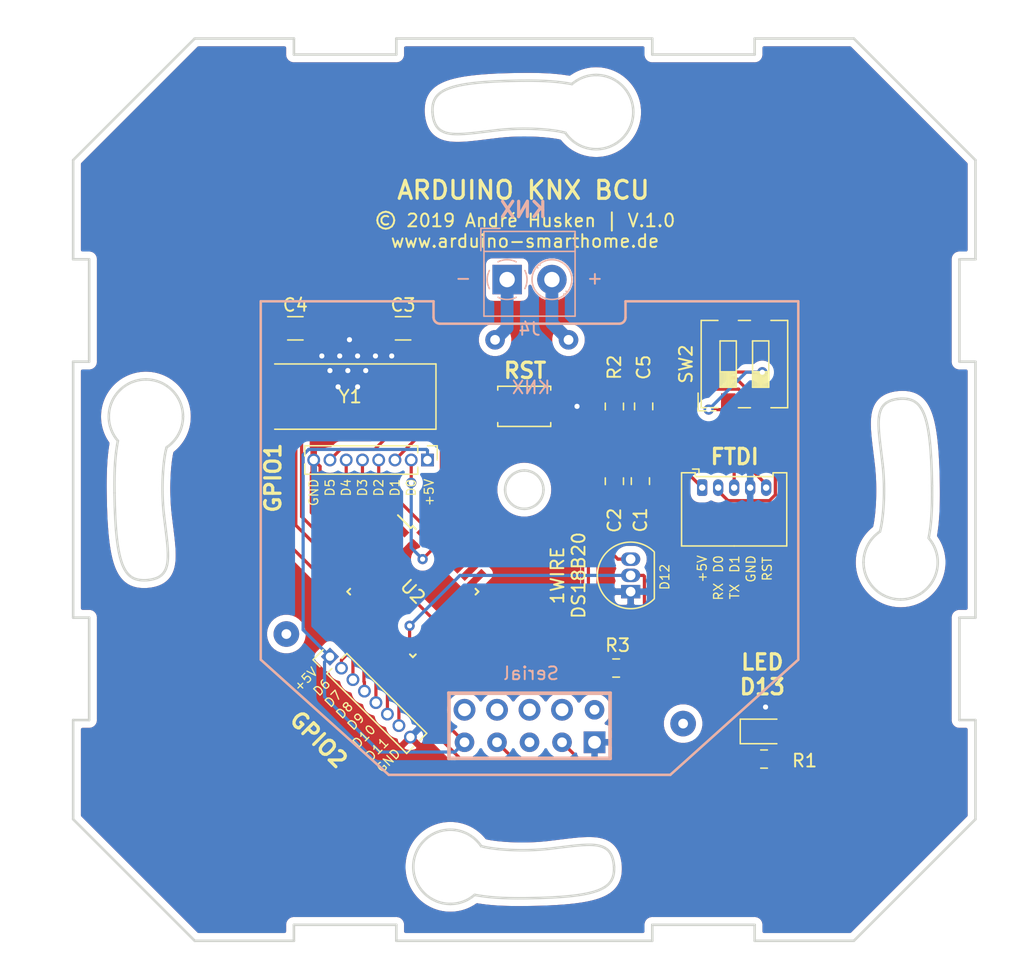
<source format=kicad_pcb>
(kicad_pcb (version 20171130) (host pcbnew "(5.1.2-1)-1")
  (layers (0 F.Cu signal) (31 B.Cu signal) (34 B.Paste user) (35 F.Paste user) (36 B.SilkS user) (37 F.SilkS user) (38 B.Mask user) (39 F.Mask user) (44 Edge.Cuts user))
  (net 0 "")
  (net 1 +5V)
  (net 2 GND)
  (net 3 "Net-(C3-Pad2)")
  (net 4 "Net-(C4-Pad1)")
  (net 5 "Net-(D1-Pad2)")
  (net 6 RST)
  (net 7 "Net-(C5-Pad2)")
  (net 8 D0)
  (net 9 D1)
  (net 10 "Net-(SW2-Pad3)")
  (net 11 "Net-(SW2-Pad4)")
  (net 12 D11)
  (net 13 D10)
  (net 14 D9)
  (net 15 D8)
  (net 16 D7)
  (net 17 D6)
  (net 18 D2)
  (net 19 D3)
  (net 20 D4)
  (net 21 D5)
  (net 22 D13)
  (net 23 D12)
  (net 24 KNX+)
  (net 25 KNX-)
  (net 26 "Net-(U1-Pad10)")
  (net 27 "Net-(U1-Pad3)")
  (net 28 "Net-(U1-Pad6)")
  (net 29 "Net-(U1-Pad7)")
  (net 30 "Net-(U1-Pad8)")
  (net 31 "Net-(U1-Pad9)")
  (net 32 "Net-(U2-Pad19)")
  (net 33 "Net-(U2-Pad22)")
  (net 34 A0)
  (net 35 A1)
  (net 36 A2)
  (net 37 A3)
  (net 38 A4)
  (net 39 A5)
  (module Gira55SiemensKNX:Siemens_5WG1117 (layer B.Cu) (at 167.20566 121.59996 180)
    (fp_text reference U1 hide)
    (fp_text value Siemens_5WG1117)
    (fp_text user Serial (at -0.0254 8.0264) (layer B.SilkS) (effects (justify mirror)))
    (fp_text user - (at 5.28066 38.92296) (layer B.SilkS) (effects (justify mirror)))
    (fp_text user + (at -5.00634 38.92296) (layer B.SilkS) (effects (justify mirror)))
    (fp_text user KNX (at -0.0254 30.3657) (layer B.SilkS) (effects (justify mirror)))
    (pad "" np_thru_hole circle (at 19.1008 11.0998 180) (size 2 2) (drill 0.762) (layers *.Cu *.Mask))
    (pad "" np_thru_hole circle (at -11.8999 4.1021 180) (size 2 2) (drill 0.762) (layers *.Cu *.Mask))
    (pad 12 thru_hole circle (at 2.794 34.0868 180) (size 1.524 1.524) (drill 0.762) (layers *.Cu *.Mask) (net 25 KNX-))
    (pad 11 thru_hole circle (at -2.9464 34.0868 180) (size 1.524 1.524) (drill 0.762) (layers *.Cu *.Mask) (net 24 KNX+))
    (pad 10 thru_hole circle (at -4.9784 5.1816 180) (size 1.524 1.524) (drill 0.762) (layers *.Cu *.Mask) (net 26 "Net-(U1-Pad10)"))
    (pad 4 thru_hole circle (at 2.6416 2.6416 180) (size 1.524 1.524) (drill 0.762) (layers *.Cu *.Mask) (net 10 "Net-(SW2-Pad3)"))
    (pad 3 thru_hole circle (at 0.1016 2.6416 180) (size 1.524 1.524) (drill 0.762) (layers *.Cu *.Mask) (net 27 "Net-(U1-Pad3)"))
    (pad 2 thru_hole circle (at -2.4384 2.6416 180) (size 1.524 1.524) (drill 0.762) (layers *.Cu *.Mask) (net 11 "Net-(SW2-Pad4)"))
    (pad 5 thru_hole circle (at 5.1816 2.6416 180) (size 1.524 1.524) (drill 0.762) (layers *.Cu *.Mask) (net 1 +5V))
    (pad 6 thru_hole oval (at 5.1816 5.1816 90) (size 1.7 1.7) (drill 1) (layers *.Cu *.Mask) (net 28 "Net-(U1-Pad6)"))
    (pad 7 thru_hole oval (at 2.6416 5.1816 90) (size 1.7 1.7) (drill 1) (layers *.Cu *.Mask) (net 29 "Net-(U1-Pad7)"))
    (pad 8 thru_hole oval (at 0.1016 5.1816 90) (size 1.7 1.7) (drill 1) (layers *.Cu *.Mask) (net 30 "Net-(U1-Pad8)"))
    (pad 9 thru_hole oval (at -2.4384 5.1816 90) (size 1.7 1.7) (drill 1) (layers *.Cu *.Mask) (net 31 "Net-(U1-Pad9)"))
    (pad 1 thru_hole rect (at -4.9784 2.6416 90) (size 1.7 1.7) (drill 1) (layers *.Cu *.Mask) (net 2 GND))
  )
  (module Capacitor_SMD:C_0805_2012Metric_Pad1.15x1.40mm_HandSolder (layer F.Cu) (at 175.768 98.552 270)
    (fp_text reference C1 (at 3.039 0 90) (layer F.SilkS))
    (fp_text value 0.1uF hide)
    (pad 2 smd roundrect (at 1.025 0 270) (size 1.15 1.4) (layers F.Cu F.Paste F.Mask) (roundrect_rratio 0.217391) (net 2 GND))
    (pad 1 smd roundrect (at -1.025 0 270) (size 1.15 1.4) (layers F.Cu F.Paste F.Mask) (roundrect_rratio 0.217391) (net 1 +5V))
  )
  (module Capacitor_SMD:C_0805_2012Metric_Pad1.15x1.40mm_HandSolder (layer F.Cu) (at 173.736 98.561 270)
    (fp_text reference C2 (at 3.057 0 90) (layer F.SilkS))
    (fp_text value 0.1uF hide)
    (pad 1 smd roundrect (at -1.025 0 270) (size 1.15 1.4) (layers F.Cu F.Paste F.Mask) (roundrect_rratio 0.217391) (net 1 +5V))
    (pad 2 smd roundrect (at 1.025 0 270) (size 1.15 1.4) (layers F.Cu F.Paste F.Mask) (roundrect_rratio 0.217391) (net 2 GND))
  )
  (module Capacitor_SMD:C_1206_3216Metric_Pad1.42x1.75mm_HandSolder (layer F.Cu) (at 157.226 86.614)
    (fp_text reference C3 (at 0 -1.82) (layer F.SilkS))
    (fp_text value 22pF)
    (pad 1 smd roundrect (at -1.4875 0) (size 1.425 1.75) (layers F.Cu F.Paste F.Mask) (roundrect_rratio 0.175439) (net 2 GND))
    (pad 2 smd roundrect (at 1.4875 0) (size 1.425 1.75) (layers F.Cu F.Paste F.Mask) (roundrect_rratio 0.175439) (net 3 "Net-(C3-Pad2)"))
  )
  (module Capacitor_SMD:C_1206_3216Metric_Pad1.42x1.75mm_HandSolder (layer F.Cu) (at 148.8075 86.614)
    (fp_text reference C4 (at 0 -1.82) (layer F.SilkS))
    (fp_text value 22pF)
    (pad 2 smd roundrect (at 1.4875 0) (size 1.425 1.75) (layers F.Cu F.Paste F.Mask) (roundrect_rratio 0.175439) (net 2 GND))
    (pad 1 smd roundrect (at -1.4875 0) (size 1.425 1.75) (layers F.Cu F.Paste F.Mask) (roundrect_rratio 0.175439) (net 4 "Net-(C4-Pad1)"))
  )
  (module Capacitor_SMD:C_0805_2012Metric_Pad1.15x1.40mm_HandSolder (layer F.Cu) (at 176.022 92.71 90)
    (fp_text reference C5 (at 3.048 0 90) (layer F.SilkS))
    (fp_text value 0.1uF hide)
    (pad 1 smd roundrect (at -1.025 0 90) (size 1.15 1.4) (layers F.Cu F.Paste F.Mask) (roundrect_rratio 0.217391) (net 6 RST))
    (pad 2 smd roundrect (at 1.025 0 90) (size 1.15 1.4) (layers F.Cu F.Paste F.Mask) (roundrect_rratio 0.217391) (net 7 "Net-(C5-Pad2)"))
  )
  (module LED_SMD:LED_0805_2012Metric_Pad1.15x1.40mm_HandSolder (layer F.Cu) (at 185.429 118.11)
    (fp_text reference D1 hide)
    (fp_text value LED)
    (pad 1 smd roundrect (at -1.025 0) (size 1.15 1.4) (layers F.Cu F.Paste F.Mask) (roundrect_rratio 0.217391) (net 2 GND))
    (pad 2 smd roundrect (at 1.025 0) (size 1.15 1.4) (layers F.Cu F.Paste F.Mask) (roundrect_rratio 0.217391) (net 5 "Net-(D1-Pad2)"))
  )
  (module Connector_Molex:Molex_PicoBlade_53048-0510_1x05_P1.25mm_Horizontal (layer F.Cu) (at 180.594 99.06)
    (fp_text reference J1 hide)
    (fp_text value Conn_01x05_Female hide)
    (pad 1 thru_hole roundrect (at 0 0) (size 0.8 1.3) (drill 0.5) (layers *.Cu *.Mask) (net 1 +5V))
    (pad 2 thru_hole oval (at 1.25 0) (size 0.8 1.3) (drill 0.5) (layers *.Cu *.Mask) (net 8 D0))
    (pad 3 thru_hole oval (at 2.5 0) (size 0.8 1.3) (drill 0.5) (layers *.Cu *.Mask) (net 9 D1))
    (pad 4 thru_hole oval (at 3.75 0) (size 0.8 1.3) (drill 0.5) (layers *.Cu *.Mask) (net 2 GND))
    (pad 5 thru_hole oval (at 5 0) (size 0.8 1.3) (drill 0.5) (layers *.Cu *.Mask) (net 6 RST))
  )
  (module Resistor_SMD:R_0805_2012Metric_Pad1.15x1.40mm_HandSolder (layer F.Cu) (at 185.429 120.269)
    (fp_text reference R1 (at 3.166 0.127) (layer F.SilkS))
    (fp_text value R)
    (pad 2 smd roundrect (at 1.025 0) (size 1.15 1.4) (layers F.Cu F.Paste F.Mask) (roundrect_rratio 0.217391) (net 5 "Net-(D1-Pad2)"))
    (pad 1 smd roundrect (at -1.025 0) (size 1.15 1.4) (layers F.Cu F.Paste F.Mask) (roundrect_rratio 0.217391) (net 22 D13))
  )
  (module Resistor_SMD:R_0805_2012Metric_Pad1.15x1.40mm_HandSolder (layer F.Cu) (at 173.736 92.719 90)
    (fp_text reference R2 (at 3.057 0 90) (layer F.SilkS))
    (fp_text value 10K)
    (pad 1 smd roundrect (at -1.025 0 90) (size 1.15 1.4) (layers F.Cu F.Paste F.Mask) (roundrect_rratio 0.217391) (net 1 +5V))
    (pad 2 smd roundrect (at 1.025 0 90) (size 1.15 1.4) (layers F.Cu F.Paste F.Mask) (roundrect_rratio 0.217391) (net 7 "Net-(C5-Pad2)"))
  )
  (module Button_Switch_SMD:SW_Push_SPST_NO_Alps_SKRK (layer F.Cu) (at 166.692 92.71)
    (fp_text reference SW1 hide)
    (fp_text value SW_Push hide)
    (pad 2 smd roundrect (at 2.1 0) (size 0.8 2) (layers F.Cu F.Paste F.Mask) (net 2 GND))
    (pad 1 smd roundrect (at -2.1 0) (size 0.8 2) (layers F.Cu F.Paste F.Mask) (net 7 "Net-(C5-Pad2)"))
  )
  (module Button_Switch_SMD:SW_DIP_SPSTx02_Slide_6.7x6.64mm_W6.73mm_P2.54mm_LowProfile_JPin (layer F.Cu) (at 183.896 89.408 90)
    (fp_text reference SW2 (at 0 -4.572 90) (layer F.SilkS))
    (fp_text value SW_DIP_x02 hide)
    (pad 1 smd rect (at -3.365 -1.27 90) (size 2.16 1.12) (layers F.Cu F.Paste F.Mask) (net 9 D1))
    (pad 3 smd rect (at 3.365 1.27 90) (size 2.16 1.12) (layers F.Cu F.Paste F.Mask) (net 10 "Net-(SW2-Pad3)"))
    (pad 2 smd rect (at -3.365 1.27 90) (size 2.16 1.12) (layers F.Cu F.Paste F.Mask) (net 8 D0))
    (pad 4 smd rect (at 3.365 -1.27 90) (size 2.16 1.12) (layers F.Cu F.Paste F.Mask) (net 11 "Net-(SW2-Pad4)"))
  )
  (module Package_QFP:TQFP-32_7x7mm_P0.8mm (layer F.Cu) (at 157.988 107.188 315)
    (fp_text reference U2 (at 0 0 135) (layer F.SilkS))
    (fp_text value ATmega328P-AU hide)
    (pad 1 smd rect (at -4.25 -2.8 315) (size 1.6 0.55) (layers F.Cu F.Paste F.Mask) (net 19 D3))
    (pad 2 smd rect (at -4.25 -2 315) (size 1.6 0.55) (layers F.Cu F.Paste F.Mask) (net 20 D4))
    (pad 3 smd rect (at -4.25 -1.2 315) (size 1.6 0.55) (layers F.Cu F.Paste F.Mask) (net 2 GND))
    (pad 4 smd rect (at -4.25 -0.4 315) (size 1.6 0.55) (layers F.Cu F.Paste F.Mask) (net 1 +5V))
    (pad 5 smd rect (at -4.25 0.4 315) (size 1.6 0.55) (layers F.Cu F.Paste F.Mask) (net 2 GND))
    (pad 6 smd rect (at -4.25 1.2 315) (size 1.6 0.55) (layers F.Cu F.Paste F.Mask) (net 1 +5V))
    (pad 7 smd rect (at -4.25 2 315) (size 1.6 0.55) (layers F.Cu F.Paste F.Mask) (net 3 "Net-(C3-Pad2)"))
    (pad 8 smd rect (at -4.25 2.8 315) (size 1.6 0.55) (layers F.Cu F.Paste F.Mask) (net 4 "Net-(C4-Pad1)"))
    (pad 9 smd rect (at -2.8 4.25 45) (size 1.6 0.55) (layers F.Cu F.Paste F.Mask) (net 21 D5))
    (pad 10 smd rect (at -2 4.25 45) (size 1.6 0.55) (layers F.Cu F.Paste F.Mask) (net 17 D6))
    (pad 11 smd rect (at -1.2 4.25 45) (size 1.6 0.55) (layers F.Cu F.Paste F.Mask) (net 16 D7))
    (pad 12 smd rect (at -0.4 4.25 45) (size 1.6 0.55) (layers F.Cu F.Paste F.Mask) (net 15 D8))
    (pad 13 smd rect (at 0.4 4.25 45) (size 1.6 0.55) (layers F.Cu F.Paste F.Mask) (net 14 D9))
    (pad 14 smd rect (at 1.2 4.25 45) (size 1.6 0.55) (layers F.Cu F.Paste F.Mask) (net 13 D10))
    (pad 15 smd rect (at 2 4.25 45) (size 1.6 0.55) (layers F.Cu F.Paste F.Mask) (net 12 D11))
    (pad 16 smd rect (at 2.8 4.25 45) (size 1.6 0.55) (layers F.Cu F.Paste F.Mask) (net 23 D12))
    (pad 17 smd rect (at 4.25 2.8 315) (size 1.6 0.55) (layers F.Cu F.Paste F.Mask) (net 22 D13))
    (pad 18 smd rect (at 4.25 2 315) (size 1.6 0.55) (layers F.Cu F.Paste F.Mask) (net 1 +5V))
    (pad 19 smd rect (at 4.25 1.2 315) (size 1.6 0.55) (layers F.Cu F.Paste F.Mask) (net 32 "Net-(U2-Pad19)"))
    (pad 20 smd rect (at 4.25 0.4 315) (size 1.6 0.55) (layers F.Cu F.Paste F.Mask) (net 1 +5V))
    (pad 21 smd rect (at 4.25 -0.4 315) (size 1.6 0.55) (layers F.Cu F.Paste F.Mask) (net 2 GND))
    (pad 22 smd rect (at 4.25 -1.2 315) (size 1.6 0.55) (layers F.Cu F.Paste F.Mask) (net 33 "Net-(U2-Pad22)"))
    (pad 23 smd rect (at 4.25 -2 315) (size 1.6 0.55) (layers F.Cu F.Paste F.Mask) (net 34 A0))
    (pad 24 smd rect (at 4.25 -2.8 315) (size 1.6 0.55) (layers F.Cu F.Paste F.Mask) (net 35 A1))
    (pad 25 smd rect (at 2.8 -4.25 45) (size 1.6 0.55) (layers F.Cu F.Paste F.Mask) (net 36 A2))
    (pad 26 smd rect (at 2 -4.25 45) (size 1.6 0.55) (layers F.Cu F.Paste F.Mask) (net 37 A3))
    (pad 27 smd rect (at 1.2 -4.25 45) (size 1.6 0.55) (layers F.Cu F.Paste F.Mask) (net 38 A4))
    (pad 28 smd rect (at 0.4 -4.25 45) (size 1.6 0.55) (layers F.Cu F.Paste F.Mask) (net 39 A5))
    (pad 29 smd rect (at -0.4 -4.25 45) (size 1.6 0.55) (layers F.Cu F.Paste F.Mask) (net 7 "Net-(C5-Pad2)"))
    (pad 30 smd rect (at -1.2 -4.25 45) (size 1.6 0.55) (layers F.Cu F.Paste F.Mask) (net 8 D0))
    (pad 31 smd rect (at -2 -4.25 45) (size 1.6 0.55) (layers F.Cu F.Paste F.Mask) (net 9 D1))
    (pad 32 smd rect (at -2.8 -4.25 45) (size 1.6 0.55) (layers F.Cu F.Paste F.Mask) (net 18 D2))
  )
  (module Crystal:Crystal_SMD_HC49-SD (layer F.Cu) (at 153.094 91.948 180)
    (fp_text reference Y1 (at 0 0) (layer F.SilkS))
    (fp_text value Crystal)
    (pad 1 smd rect (at -4.25 0 180) (size 4.5 2) (layers F.Cu F.Paste F.Mask) (net 3 "Net-(C3-Pad2)"))
    (pad 2 smd rect (at 4.25 0 180) (size 4.5 2) (layers F.Cu F.Paste F.Mask) (net 4 "Net-(C4-Pad1)"))
  )
  (module Connector_PinHeader_1.27mm:PinHeader_1x08_P1.27mm_Vertical (layer F.Cu) (at 151.511 112.268 45)
    (fp_text reference J2 hide)
    (fp_text value Conn_01x08_Female hide)
    (pad 8 thru_hole oval (at 0 8.89 45) (size 1 1) (drill 0.65) (layers *.Cu *.Mask) (net 2 GND))
    (pad 7 thru_hole oval (at 0 7.62 45) (size 1 1) (drill 0.65) (layers *.Cu *.Mask) (net 12 D11))
    (pad 6 thru_hole oval (at 0 6.35 45) (size 1 1) (drill 0.65) (layers *.Cu *.Mask) (net 13 D10))
    (pad 5 thru_hole oval (at 0 5.08 45) (size 1 1) (drill 0.65) (layers *.Cu *.Mask) (net 14 D9))
    (pad 4 thru_hole oval (at 0 3.81 45) (size 1 1) (drill 0.65) (layers *.Cu *.Mask) (net 15 D8))
    (pad 3 thru_hole oval (at 0 2.54 45) (size 1 1) (drill 0.65) (layers *.Cu *.Mask) (net 16 D7))
    (pad 2 thru_hole oval (at 0 1.27 45) (size 1 1) (drill 0.65) (layers *.Cu *.Mask) (net 17 D6))
    (pad 1 thru_hole rect (at 0 0 45) (size 1 1) (drill 0.65) (layers *.Cu *.Mask) (net 1 +5V))
  )
  (module Connector_PinHeader_1.27mm:PinHeader_1x08_P1.27mm_Vertical (layer F.Cu) (at 159.131 96.901 270)
    (fp_text reference J3 hide)
    (fp_text value Conn_01x08_Female hide)
    (pad 1 thru_hole rect (at 0 0 270) (size 1 1) (drill 0.65) (layers *.Cu *.Mask) (net 1 +5V))
    (pad 2 thru_hole oval (at 0 1.27 270) (size 1 1) (drill 0.65) (layers *.Cu *.Mask) (net 8 D0))
    (pad 3 thru_hole oval (at 0 2.54 270) (size 1 1) (drill 0.65) (layers *.Cu *.Mask) (net 9 D1))
    (pad 4 thru_hole oval (at 0 3.81 270) (size 1 1) (drill 0.65) (layers *.Cu *.Mask) (net 18 D2))
    (pad 5 thru_hole oval (at 0 5.08 270) (size 1 1) (drill 0.65) (layers *.Cu *.Mask) (net 19 D3))
    (pad 6 thru_hole oval (at 0 6.35 270) (size 1 1) (drill 0.65) (layers *.Cu *.Mask) (net 20 D4))
    (pad 7 thru_hole oval (at 0 7.62 270) (size 1 1) (drill 0.65) (layers *.Cu *.Mask) (net 21 D5))
    (pad 8 thru_hole oval (at 0 8.89 270) (size 1 1) (drill 0.65) (layers *.Cu *.Mask) (net 2 GND))
  )
  (module Resistor_SMD:R_0805_2012Metric_Pad1.15x1.40mm_HandSolder (layer F.Cu) (at 173.872 113.157)
    (fp_text reference R3 (at 0.118 -1.778) (layer F.SilkS))
    (fp_text value 4.7K)
    (pad 1 smd roundrect (at -1.025 0) (size 1.15 1.4) (layers F.Cu F.Paste F.Mask) (roundrect_rratio 0.217391) (net 1 +5V))
    (pad 2 smd roundrect (at 1.025 0) (size 1.15 1.4) (layers F.Cu F.Paste F.Mask) (roundrect_rratio 0.217391) (net 23 D12))
  )
  (module Package_TO_SOT_THT:TO-92_Inline (layer F.Cu) (at 175.006 107.188 90)
    (fp_text reference U3 hide)
    (fp_text value DS18B20 hide)
    (pad 2 thru_hole oval (at 1.27 0 90) (size 1.05 1.5) (drill 0.75) (layers *.Cu *.Mask) (net 23 D12))
    (pad 3 thru_hole oval (at 2.54 0 90) (size 1.05 1.5) (drill 0.75) (layers *.Cu *.Mask) (net 1 +5V))
    (pad 1 thru_hole rect (at 0 0 90) (size 1.05 1.5) (drill 0.75) (layers *.Cu *.Mask) (net 2 GND))
  )
  (module TerminalBlock_MetzConnect:TerminalBlock_MetzConnect_Type059_RT06302HBWC_1x02_P3.50mm_Horizontal (layer B.Cu) (at 165.354 82.804)
    (fp_text reference J4 (at 1.75 3.86) (layer B.SilkS) (effects (justify mirror)))
    (fp_text value Conn_01x02_Female)
    (pad 1 thru_hole rect (at 0 0) (size 2.3 2.3) (drill 1.2) (layers *.Cu *.Mask) (net 25 KNX-))
    (pad 2 thru_hole circle (at 3.5 0) (size 2.3 2.3) (drill 1.2) (layers *.Cu *.Mask) (net 24 KNX+))
  )
  (gr_text KNX (at 166.624 77.343) (layer B.SilkS) (effects (font (size 1.2 1.2) (thickness 0.25)) (justify mirror)))
  (gr_text 1WIRE (at 169.291 105.918 90) (layer F.SilkS) (effects (font (size 1 1))))
  (gr_text DS18B20 (at 170.942 105.918 90) (layer F.SilkS) (effects (font (size 1 1))))
  (gr_text D12 (at 177.673 106.045 90) (layer F.SilkS) (effects (font (size 0.7 0.7) (thickness 0.1))))
  (gr_text GPIO2 (at 150.622 118.745 -45) (layer F.SilkS) (effects (font (size 1.2 1.2) (thickness 0.25))))
  (gr_text GPIO1 (at 147.066 98.298 90) (layer F.SilkS) (effects (font (size 1.2 1.2) (thickness 0.25))))
  (gr_text "LED\nD13" (at 185.293 113.665) (layer F.SilkS) (effects (font (size 1.2 1.2) (thickness 0.25))))
  (gr_text TX (at 183.134 107.188 90) (layer F.SilkS) (effects (font (size 0.7 0.7) (thickness 0.1))))
  (gr_text RX (at 181.864 107.188 90) (layer F.SilkS) (effects (font (size 0.7 0.7) (thickness 0.1))))
  (gr_text RST (at 185.674 105.41 90) (layer F.SilkS) (effects (font (size 0.7 0.7) (thickness 0.1))))
  (gr_text GND (at 184.404 105.41 90) (layer F.SilkS) (effects (font (size 0.7 0.7) (thickness 0.1))))
  (gr_text +5V (at 180.594 105.41 90) (layer F.SilkS) (effects (font (size 0.7 0.7) (thickness 0.1))))
  (gr_text D0 (at 181.864 105.029 90) (layer F.SilkS) (effects (font (size 0.7 0.7) (thickness 0.1))))
  (gr_text D1 (at 183.134 105.029 90) (layer F.SilkS) (effects (font (size 0.7 0.7) (thickness 0.1))))
  (gr_text RST (at 166.751 89.916) (layer F.SilkS) (effects (font (size 1.2 1.2) (thickness 0.25))))
  (gr_text FTDI (at 183.134 96.647) (layer F.SilkS) (effects (font (size 1.2 1.2) (thickness 0.25))))
  (gr_text GND (at 150.241 99.441 90) (layer F.SilkS) (effects (font (size 0.7 0.7) (thickness 0.1))))
  (gr_text +5V (at 159.258 99.441 90) (layer F.SilkS) (effects (font (size 0.7 0.7) (thickness 0.1))))
  (gr_text D0 (at 157.861 99.06 90) (layer F.SilkS) (effects (font (size 0.7 0.7) (thickness 0.1))))
  (gr_text D1 (at 156.591 99.06 90) (layer F.SilkS) (effects (font (size 0.7 0.7) (thickness 0.1))))
  (gr_text D2 (at 155.321 99.06 90) (layer F.SilkS) (effects (font (size 0.7 0.7) (thickness 0.1))))
  (gr_text D3 (at 154.051 99.06 90) (layer F.SilkS) (effects (font (size 0.7 0.7) (thickness 0.1))))
  (gr_text D4 (at 152.781 99.06 90) (layer F.SilkS) (effects (font (size 0.7 0.7) (thickness 0.1))))
  (gr_text D5 (at 151.511 99.06 90) (layer F.SilkS) (effects (font (size 0.7 0.7) (thickness 0.1))))
  (gr_text +5V (at 149.606 114.046 45) (layer F.SilkS) (effects (font (size 0.7 0.7) (thickness 0.1))))
  (gr_text GND (at 156.083 120.396 45) (layer F.SilkS) (effects (font (size 0.7 0.7) (thickness 0.1))))
  (gr_text D11 (at 155.194 119.507 45) (layer F.SilkS) (effects (font (size 0.7 0.7) (thickness 0.1))))
  (gr_text D10 (at 154.178 118.491 45) (layer F.SilkS) (effects (font (size 0.7 0.7) (thickness 0.1))))
  (gr_text D9 (at 153.543 117.348 45) (layer F.SilkS) (effects (font (size 0.7 0.7) (thickness 0.1))))
  (gr_text D8 (at 152.654 116.459 45) (layer F.SilkS) (effects (font (size 0.7 0.7) (thickness 0.1))))
  (gr_text D7 (at 151.765 115.57 45) (layer F.SilkS) (effects (font (size 0.7 0.7) (thickness 0.1))))
  (gr_text D6 (at 150.876 114.681 45) (layer F.SilkS) (effects (font (size 0.7 0.7) (thickness 0.1))))
  (gr_curve (pts (xy 166.694999 100.720002) (xy 165.866583 100.720002) (xy 165.195005 100.048424) (xy 165.195005 99.220007)) (layer Edge.Cuts) (width 0.2))
  (gr_curve (pts (xy 165.195005 99.220007) (xy 165.195005 98.39157) (xy 165.866583 97.720013) (xy 166.694999 97.720013)) (layer Edge.Cuts) (width 0.2))
  (gr_text "© 2019 André Husken | V.1.0\nwww.arduino-smarthome.de" (at 166.751 78.994) (layer F.SilkS) (effects (font (size 1 1))))
  (gr_text "ARDUINO KNX BCU" (at 166.624 75.819) (layer F.SilkS) (effects (font (size 1.4 1.4) (thickness 0.25))))
  (gr_line (start 201.944999 81.220009) (end 201.944999 81.220009) (layer Edge.Cuts) (width 0.2))
  (gr_line (start 200.695011 89.220015) (end 200.695011 81.220009) (layer Edge.Cuts) (width 0.2))
  (gr_line (start 148.695001 63.970008) (end 140.945001 63.970008) (layer Edge.Cuts) (width 0.2))
  (gr_curve (pts (xy 138.747202 95.915752) (xy 138.475772 96.861301) (xy 138.299512 99.125009) (xy 138.542047 101.219627)) (layer Edge.Cuts) (width 0.2))
  (gr_line (start 131.445 109.22) (end 132.695009 109.22) (layer Edge.Cuts) (width 0.2))
  (gr_curve (pts (xy 173.710118 128.689073) (xy 173.773701 130.354583) (xy 172.737137 131.065607) (xy 166.886116 131.142713)) (layer Edge.Cuts) (width 0.2))
  (gr_line (start 192.444998 63.970008) (end 184.694998 63.970008) (layer Edge.Cuts) (width 0.2))
  (gr_line (start 140.945001 63.970008) (end 131.445 73.470009) (layer Edge.Cuts) (width 0.2))
  (gr_line (start 132.695009 109.22) (end 132.695009 117.220006) (layer Edge.Cuts) (width 0.2))
  (gr_line (start 176.695013 65.220017) (end 176.695013 63.970008) (layer Edge.Cuts) (width 0.2))
  (gr_curve (pts (xy 158.019883 128.689073) (xy 158.019883 127.087448) (xy 159.318254 125.789078) (xy 160.919879 125.789078)) (layer Edge.Cuts) (width 0.2))
  (gr_curve (pts (xy 160.919879 125.789078) (xy 161.923047 125.789078) (xy 162.806994 126.298607) (xy 163.32772 127.072806)) (layer Edge.Cuts) (width 0.2))
  (gr_curve (pts (xy 163.32772 127.072806) (xy 164.27327 127.344237) (xy 166.536977 127.520497) (xy 168.631595 127.277962)) (layer Edge.Cuts) (width 0.2))
  (gr_curve (pts (xy 168.631595 127.277962) (xy 171.855838 126.904643) (xy 173.559546 126.448168) (xy 173.710118 128.689073)) (layer Edge.Cuts) (width 0.2))
  (gr_line (start 131.445 124.970006) (end 140.945001 134.470007) (layer Edge.Cuts) (width 0.2))
  (gr_line (start 140.945001 134.470007) (end 148.695001 134.470007) (layer Edge.Cuts) (width 0.2))
  (gr_line (start 148.695001 134.470007) (end 148.695001 133.219998) (layer Edge.Cuts) (width 0.2))
  (gr_line (start 148.695001 65.220017) (end 148.695001 63.970008) (layer Edge.Cuts) (width 0.2))
  (gr_line (start 184.694998 63.970008) (end 184.694998 65.220017) (layer Edge.Cuts) (width 0.2))
  (gr_line (start 131.445 73.470009) (end 131.445 81.220009) (layer Edge.Cuts) (width 0.2))
  (gr_curve (pts (xy 199.001058 104.90013) (xy 199.001058 106.501755) (xy 197.702666 107.800125) (xy 196.101041 107.800125)) (layer Edge.Cuts) (width 0.2))
  (gr_line (start 132.695009 89.220015) (end 131.445 89.220015) (layer Edge.Cuts) (width 0.2))
  (gr_line (start 201.944999 81.220009) (end 201.944999 73.470009) (layer Edge.Cuts) (width 0.2))
  (gr_line (start 184.694998 65.220017) (end 176.695013 65.220017) (layer Edge.Cuts) (width 0.2))
  (gr_curve (pts (xy 166.694999 97.720013) (xy 167.523437 97.720013) (xy 168.195016 98.39157) (xy 168.195016 99.220007)) (layer Edge.Cuts) (width 0.2))
  (gr_curve (pts (xy 196.101041 92.109891) (xy 197.766551 92.046307) (xy 198.477576 93.082872) (xy 198.554681 98.933892)) (layer Edge.Cuts) (width 0.2))
  (gr_curve (pts (xy 198.554681 98.933892) (xy 198.58151 100.970611) (xy 198.475422 102.032067) (xy 198.292014 103.003949)) (layer Edge.Cuts) (width 0.2))
  (gr_curve (pts (xy 198.292014 103.003949) (xy 198.73262 103.512575) (xy 199.001058 104.174378) (xy 199.001058 104.90013)) (layer Edge.Cuts) (width 0.2))
  (gr_line (start 156.695007 63.970008) (end 156.695007 65.220017) (layer Edge.Cuts) (width 0.2))
  (gr_line (start 132.695009 117.220006) (end 131.445 117.220006) (layer Edge.Cuts) (width 0.2))
  (gr_curve (pts (xy 194.68993 97.188413) (xy 194.316611 93.96417) (xy 193.860136 92.260463) (xy 196.101041 92.109891)) (layer Edge.Cuts) (width 0.2))
  (gr_curve (pts (xy 166.886116 131.142713) (xy 164.849397 131.169542) (xy 163.787942 131.063454) (xy 162.816059 130.880046)) (layer Edge.Cuts) (width 0.2))
  (gr_curve (pts (xy 162.816059 130.880046) (xy 162.307434 131.320652) (xy 161.645631 131.58909) (xy 160.919879 131.58909)) (layer Edge.Cuts) (width 0.2))
  (gr_curve (pts (xy 160.919879 131.58909) (xy 159.318254 131.58909) (xy 158.019883 130.290698) (xy 158.019883 128.689073)) (layer Edge.Cuts) (width 0.2))
  (gr_curve (pts (xy 138.542047 101.219627) (xy 138.915366 104.44387) (xy 139.371841 106.147577) (xy 137.130936 106.29815)) (layer Edge.Cuts) (width 0.2))
  (gr_curve (pts (xy 137.130936 106.29815) (xy 135.465426 106.361755) (xy 134.754401 105.32519) (xy 134.677296 99.474148)) (layer Edge.Cuts) (width 0.2))
  (gr_curve (pts (xy 134.677296 99.474148) (xy 134.650467 97.437429) (xy 134.756554 96.375974) (xy 134.939963 95.404091)) (layer Edge.Cuts) (width 0.2))
  (gr_curve (pts (xy 134.939963 95.404091) (xy 134.499356 94.895465) (xy 134.230919 94.233663) (xy 134.230919 93.50791)) (layer Edge.Cuts) (width 0.2))
  (gr_curve (pts (xy 134.230919 93.50791) (xy 134.230919 91.906285) (xy 135.529311 90.607915) (xy 137.130936 90.607915)) (layer Edge.Cuts) (width 0.2))
  (gr_curve (pts (xy 137.130936 90.607915) (xy 138.73256 90.607915) (xy 140.030931 91.906285) (xy 140.030931 93.50791)) (layer Edge.Cuts) (width 0.2))
  (gr_curve (pts (xy 140.030931 93.50791) (xy 140.030931 94.511079) (xy 139.521401 95.395026) (xy 138.747202 95.915752)) (layer Edge.Cuts) (width 0.2))
  (gr_curve (pts (xy 166.345861 67.265327) (xy 168.382579 67.238499) (xy 169.444035 67.344586) (xy 170.415918 67.527994)) (layer Edge.Cuts) (width 0.2))
  (gr_curve (pts (xy 170.415918 67.527994) (xy 170.924543 67.087388) (xy 171.586346 66.818951) (xy 172.312098 66.818951)) (layer Edge.Cuts) (width 0.2))
  (gr_curve (pts (xy 172.312098 66.818951) (xy 173.913723 66.818951) (xy 175.212093 68.117342) (xy 175.212093 69.718967)) (layer Edge.Cuts) (width 0.2))
  (gr_curve (pts (xy 175.212093 69.718967) (xy 175.212093 71.320592) (xy 173.913723 72.618962) (xy 172.312098 72.618962)) (layer Edge.Cuts) (width 0.2))
  (gr_curve (pts (xy 172.312098 72.618962) (xy 171.30893 72.618962) (xy 170.424983 72.109433) (xy 169.904257 71.335234)) (layer Edge.Cuts) (width 0.2))
  (gr_curve (pts (xy 169.904257 71.335234) (xy 168.958707 71.063803) (xy 166.694999 70.887544) (xy 164.600382 71.130078)) (layer Edge.Cuts) (width 0.2))
  (gr_curve (pts (xy 164.600382 71.130078) (xy 161.376138 71.503397) (xy 159.672431 71.959873) (xy 159.521859 69.718967)) (layer Edge.Cuts) (width 0.2))
  (gr_curve (pts (xy 159.521859 69.718967) (xy 159.458254 68.053457) (xy 160.494818 67.342433) (xy 166.345861 67.265327)) (layer Edge.Cuts) (width 0.2))
  (gr_curve (pts (xy 168.195016 99.220007) (xy 168.195016 100.048424) (xy 167.523437 100.720002) (xy 166.694999 100.720002)) (layer Edge.Cuts) (width 0.2))
  (gr_line (start 156.695007 133.219998) (end 156.695007 134.470007) (layer Edge.Cuts) (width 0.2))
  (gr_line (start 156.695007 134.470007) (end 176.695013 134.470007) (layer Edge.Cuts) (width 0.2))
  (gr_line (start 176.695013 134.470007) (end 176.695013 133.219998) (layer Edge.Cuts) (width 0.2))
  (gr_line (start 176.695013 133.219998) (end 184.694998 133.219998) (layer Edge.Cuts) (width 0.2))
  (gr_line (start 201.944999 73.470009) (end 192.444998 63.970008) (layer Edge.Cuts) (width 0.2))
  (gr_line (start 131.445 89.220015) (end 131.445 109.22) (layer Edge.Cuts) (width 0.2))
  (gr_line (start 156.695007 65.220017) (end 148.695001 65.220017) (layer Edge.Cuts) (width 0.2))
  (gr_line (start 148.695001 133.219998) (end 156.695007 133.219998) (layer Edge.Cuts) (width 0.2))
  (gr_line (start 131.445 81.220009) (end 132.695009 81.220009) (layer Edge.Cuts) (width 0.2))
  (gr_line (start 132.695009 81.220009) (end 132.695009 89.220015) (layer Edge.Cuts) (width 0.2))
  (gr_line (start 176.695013 63.970008) (end 156.695007 63.970008) (layer Edge.Cuts) (width 0.2))
  (gr_line (start 184.694998 133.219998) (end 184.694998 134.470007) (layer Edge.Cuts) (width 0.2))
  (gr_line (start 184.694998 134.470007) (end 192.444998 134.470007) (layer Edge.Cuts) (width 0.2))
  (gr_line (start 192.444998 134.470007) (end 201.944999 124.970006) (layer Edge.Cuts) (width 0.2))
  (gr_line (start 201.944999 124.970006) (end 201.944999 117.220006) (layer Edge.Cuts) (width 0.2))
  (gr_line (start 201.944999 117.220006) (end 200.695011 117.220006) (layer Edge.Cuts) (width 0.2))
  (gr_line (start 200.695011 117.220006) (end 200.695011 109.22) (layer Edge.Cuts) (width 0.2))
  (gr_line (start 200.695011 109.22) (end 201.944999 109.22) (layer Edge.Cuts) (width 0.2))
  (gr_line (start 201.944999 109.22) (end 201.944999 89.220015) (layer Edge.Cuts) (width 0.2))
  (gr_line (start 201.944999 89.220015) (end 200.695011 89.220015) (layer Edge.Cuts) (width 0.2))
  (gr_curve (pts (xy 196.101041 107.800125) (xy 194.499416 107.800125) (xy 193.201046 106.501755) (xy 193.201046 104.90013)) (layer Edge.Cuts) (width 0.2))
  (gr_curve (pts (xy 193.201046 104.90013) (xy 193.201046 103.896961) (xy 193.710576 103.013014) (xy 194.484775 102.492288)) (layer Edge.Cuts) (width 0.2))
  (gr_curve (pts (xy 194.484775 102.492288) (xy 194.756205 101.546739) (xy 194.932465 99.283031) (xy 194.68993 97.188413)) (layer Edge.Cuts) (width 0.2))
  (gr_line (start 131.445 117.220006) (end 131.445 124.970006) (layer Edge.Cuts) (width 0.2))
  (gr_line (start 200.695011 81.220009) (end 201.944999 81.220009) (layer Edge.Cuts) (width 0.2))
  (segment (start 161.262061 118.196361) (end 162.02406 118.95836) (width 0.25) (layer F.Cu) (net 1))
  (segment (start 160.215385 117.149685) (end 161.262061 118.196361) (width 0.25) (layer F.Cu) (net 1))
  (segment (start 160.215385 112.243812) (end 160.215385 117.149685) (width 0.25) (layer F.Cu) (net 1))
  (segment (start 159.57899 111.607417) (end 160.215385 112.243812) (width 0.25) (layer F.Cu) (net 1))
  (segment (start 158.942595 110.971022) (end 159.57899 111.607417) (width 0.25) (layer F.Cu) (net 1))
  (segment (start 159.75575 109.839652) (end 158.942595 110.652807) (width 0.25) (layer F.Cu) (net 1))
  (segment (start 160.073966 109.839652) (end 159.75575 109.839652) (width 0.25) (layer F.Cu) (net 1))
  (segment (start 158.942595 110.652807) (end 158.942595 110.971022) (width 0.25) (layer F.Cu) (net 1))
  (segment (start 155.902033 105.667719) (end 160.073966 109.839652) (width 0.25) (layer F.Cu) (net 1))
  (segment (start 160.073966 109.839652) (end 160.710361 110.476047) (width 0.25) (layer F.Cu) (net 1))
  (segment (start 154.770663 105.667719) (end 155.902033 105.667719) (width 0.25) (layer F.Cu) (net 1))
  (segment (start 155.902034 104.536348) (end 155.265639 103.899953) (width 0.25) (layer F.Cu) (net 1))
  (segment (start 155.902034 104.854564) (end 155.902034 104.536348) (width 0.25) (layer F.Cu) (net 1))
  (segment (start 155.088879 105.667719) (end 155.902034 104.854564) (width 0.25) (layer F.Cu) (net 1))
  (segment (start 154.770663 105.667719) (end 155.088879 105.667719) (width 0.25) (layer F.Cu) (net 1))
  (segment (start 154.134268 105.031324) (end 154.770663 105.667719) (width 0.25) (layer F.Cu) (net 1))
  (segment (start 173.736 93.744) (end 173.736 97.536) (width 0.25) (layer F.Cu) (net 1))
  (segment (start 173.745 97.527) (end 173.736 97.536) (width 0.25) (layer F.Cu) (net 1))
  (segment (start 175.768 97.527) (end 173.745 97.527) (width 0.25) (layer F.Cu) (net 1))
  (segment (start 179.061 97.527) (end 180.594 99.06) (width 0.25) (layer F.Cu) (net 1))
  (segment (start 175.768 97.527) (end 179.061 97.527) (width 0.25) (layer F.Cu) (net 1))
  (segment (start 171.704 99.568) (end 171.704 109.728) (width 0.25) (layer F.Cu) (net 1))
  (segment (start 171.704 109.728) (end 168.529 112.903) (width 0.25) (layer F.Cu) (net 1))
  (segment (start 163.137314 112.903) (end 160.710361 110.476047) (width 0.25) (layer F.Cu) (net 1))
  (segment (start 168.529 112.903) (end 163.137314 112.903) (width 0.25) (layer F.Cu) (net 1))
  (segment (start 151.086737 111.843737) (end 151.511 112.268) (width 0.25) (layer B.Cu) (net 1))
  (segment (start 149.415999 110.172999) (end 151.086737 111.843737) (width 0.25) (layer B.Cu) (net 1))
  (segment (start 149.415999 96.504999) (end 149.415999 110.172999) (width 0.25) (layer B.Cu) (net 1))
  (segment (start 149.844999 96.075999) (end 149.415999 96.504999) (width 0.25) (layer B.Cu) (net 1))
  (segment (start 159.055999 96.075999) (end 149.844999 96.075999) (width 0.25) (layer B.Cu) (net 1))
  (segment (start 159.131 96.151) (end 159.055999 96.075999) (width 0.25) (layer B.Cu) (net 1))
  (segment (start 159.131 96.901) (end 159.131 96.151) (width 0.25) (layer B.Cu) (net 1))
  (segment (start 151.086737 112.692263) (end 151.086737 115.399737) (width 0.25) (layer B.Cu) (net 1))
  (segment (start 151.511 112.268) (end 151.086737 112.692263) (width 0.25) (layer B.Cu) (net 1))
  (segment (start 161.262061 119.720359) (end 162.02406 118.95836) (width 0.25) (layer B.Cu) (net 1))
  (segment (start 155.407359 119.720359) (end 161.262061 119.720359) (width 0.25) (layer B.Cu) (net 1))
  (segment (start 151.086737 115.399737) (end 155.407359 119.720359) (width 0.25) (layer B.Cu) (net 1))
  (segment (start 174.006 104.648) (end 171.7675 102.4095) (width 0.25) (layer F.Cu) (net 1))
  (segment (start 175.006 104.648) (end 174.006 104.648) (width 0.25) (layer F.Cu) (net 1))
  (segment (start 171.7675 99.5045) (end 171.704 99.568) (width 0.25) (layer F.Cu) (net 1))
  (segment (start 171.7675 102.4095) (end 171.7675 99.5045) (width 0.25) (layer F.Cu) (net 1))
  (segment (start 173.736 97.536) (end 171.7675 99.5045) (width 0.25) (layer F.Cu) (net 1))
  (segment (start 171.704 112.014) (end 172.847 113.157) (width 0.25) (layer F.Cu) (net 1))
  (segment (start 171.704 109.728) (end 171.704 112.014) (width 0.25) (layer F.Cu) (net 1))
  (via (at 185.547 116.205) (size 0.8) (drill 0.4) (layers F.Cu B.Cu) (net 2))
  (via (at 170.815 92.71) (size 0.8) (drill 0.4) (layers F.Cu B.Cu) (net 2))
  (segment (start 155.113056 102.616) (end 155.194929 102.697873) (width 0.25) (layer F.Cu) (net 2))
  (segment (start 154.958586 102.616) (end 155.113056 102.616) (width 0.25) (layer F.Cu) (net 2))
  (segment (start 154.063558 103.511028) (end 154.958586 102.616) (width 0.25) (layer F.Cu) (net 2))
  (segment (start 154.063558 103.829244) (end 154.063558 103.511028) (width 0.25) (layer F.Cu) (net 2))
  (segment (start 154.699953 104.465639) (end 154.063558 103.829244) (width 0.25) (layer F.Cu) (net 2))
  (segment (start 156.467719 103.970663) (end 155.831324 103.334268) (width 0.25) (layer F.Cu) (net 2))
  (segment (start 159.131 106.633944) (end 156.467719 103.970663) (width 0.25) (layer F.Cu) (net 2))
  (segment (start 159.131 107.765314) (end 159.131 106.633944) (width 0.25) (layer F.Cu) (net 2))
  (segment (start 161.276047 109.910361) (end 159.131 107.765314) (width 0.25) (layer F.Cu) (net 2))
  (segment (start 161.912442 110.546756) (end 161.276047 109.910361) (width 0.25) (layer F.Cu) (net 2))
  (segment (start 168.40059 112.395) (end 163.760686 112.395) (width 0.25) (layer F.Cu) (net 2))
  (segment (start 171.25399 95.17199) (end 171.25399 109.5416) (width 0.25) (layer F.Cu) (net 2))
  (segment (start 168.792 92.71) (end 171.25399 95.17199) (width 0.25) (layer F.Cu) (net 2))
  (segment (start 163.760686 112.395) (end 161.912442 110.546756) (width 0.25) (layer F.Cu) (net 2))
  (segment (start 171.25399 109.5416) (end 168.40059 112.395) (width 0.25) (layer F.Cu) (net 2))
  (segment (start 184.404 117.348) (end 185.547 116.205) (width 0.25) (layer F.Cu) (net 2))
  (segment (start 184.404 118.11) (end 184.404 117.348) (width 0.25) (layer F.Cu) (net 2))
  (segment (start 155.7385 86.614) (end 150.295 86.614) (width 0.25) (layer F.Cu) (net 2))
  (segment (start 155.194929 102.697873) (end 155.831324 103.334268) (width 0.25) (layer F.Cu) (net 2))
  (segment (start 150.740999 98.243943) (end 155.194929 102.697873) (width 0.25) (layer F.Cu) (net 2))
  (segment (start 150.740999 97.400999) (end 150.740999 98.243943) (width 0.25) (layer F.Cu) (net 2))
  (segment (start 150.241 96.901) (end 150.740999 97.400999) (width 0.25) (layer F.Cu) (net 2))
  (via (at 150.875998 88.773) (size 0.8) (drill 0.4) (layers F.Cu B.Cu) (net 2))
  (via (at 152.273 88.773) (size 0.8) (drill 0.4) (layers F.Cu B.Cu) (net 2))
  (via (at 153.67 88.773) (size 0.8) (drill 0.4) (layers F.Cu B.Cu) (net 2))
  (via (at 155.067 88.773) (size 0.8) (drill 0.4) (layers F.Cu B.Cu) (net 2))
  (via (at 156.337 88.773) (size 0.8) (drill 0.4) (layers F.Cu B.Cu) (net 2))
  (via (at 154.305 89.916) (size 0.8) (drill 0.4) (layers F.Cu B.Cu) (net 2))
  (via (at 152.908 89.916) (size 0.8) (drill 0.4) (layers F.Cu B.Cu) (net 2))
  (via (at 151.511 89.916) (size 0.8) (drill 0.4) (layers F.Cu B.Cu) (net 2))
  (via (at 152.146 91.186) (size 0.8) (drill 0.4) (layers F.Cu B.Cu) (net 2))
  (via (at 153.67 91.186) (size 0.8) (drill 0.4) (layers F.Cu B.Cu) (net 2))
  (via (at 153.035 87.503) (size 0.8) (drill 0.4) (layers F.Cu B.Cu) (net 2))
  (segment (start 158.7135 90.5785) (end 157.344 91.948) (width 0.25) (layer F.Cu) (net 3))
  (segment (start 158.7135 86.614) (end 158.7135 90.5785) (width 0.25) (layer F.Cu) (net 3))
  (segment (start 154.844 91.948) (end 153.066 93.726) (width 0.25) (layer F.Cu) (net 3))
  (segment (start 157.344 91.948) (end 154.844 91.948) (width 0.25) (layer F.Cu) (net 3))
  (segment (start 149.987 93.726) (end 149.29401 94.41899) (width 0.25) (layer F.Cu) (net 3))
  (segment (start 153.066 93.726) (end 149.987 93.726) (width 0.25) (layer F.Cu) (net 3))
  (segment (start 149.29401 101.322437) (end 153.568583 105.59701) (width 0.25) (layer F.Cu) (net 3))
  (segment (start 149.29401 94.41899) (end 149.29401 101.322437) (width 0.25) (layer F.Cu) (net 3))
  (segment (start 148.844 88.138) (end 147.32 86.614) (width 0.25) (layer F.Cu) (net 4))
  (segment (start 148.844 91.948) (end 148.844 88.138) (width 0.25) (layer F.Cu) (net 4))
  (segment (start 148.844 102.003798) (end 153.002897 106.162695) (width 0.25) (layer F.Cu) (net 4))
  (segment (start 148.844 91.948) (end 148.844 102.003798) (width 0.25) (layer F.Cu) (net 4))
  (segment (start 186.454 118.11) (end 186.454 120.269) (width 0.25) (layer F.Cu) (net 5))
  (segment (start 185.594 98.81) (end 183.896 97.112) (width 0.25) (layer F.Cu) (net 6))
  (segment (start 185.594 99.06) (end 185.594 98.81) (width 0.25) (layer F.Cu) (net 6))
  (segment (start 183.446001 91.367999) (end 180.031001 91.367999) (width 0.25) (layer F.Cu) (net 6))
  (segment (start 183.896 91.817998) (end 183.446001 91.367999) (width 0.25) (layer F.Cu) (net 6))
  (segment (start 183.896 97.112) (end 183.896 91.817998) (width 0.25) (layer F.Cu) (net 6))
  (segment (start 177.664 93.735) (end 176.022 93.735) (width 0.25) (layer F.Cu) (net 6))
  (segment (start 180.031001 91.367999) (end 177.664 93.735) (width 0.25) (layer F.Cu) (net 6))
  (segment (start 164.592 92.71) (end 163.703 92.71) (width 0.25) (layer F.Cu) (net 7))
  (segment (start 163.703 92.71) (end 161.417 94.996) (width 0.25) (layer F.Cu) (net 7))
  (segment (start 161.417 103.193314) (end 160.710361 103.899953) (width 0.25) (layer F.Cu) (net 7))
  (segment (start 161.417 94.996) (end 161.417 103.193314) (width 0.25) (layer F.Cu) (net 7))
  (segment (start 173.745 91.685) (end 173.736 91.694) (width 0.25) (layer F.Cu) (net 7))
  (segment (start 176.022 91.685) (end 173.745 91.685) (width 0.25) (layer F.Cu) (net 7))
  (segment (start 173.736 91.694) (end 170.942 91.694) (width 0.25) (layer F.Cu) (net 7))
  (segment (start 170.942 91.694) (end 170.18 90.932) (width 0.25) (layer F.Cu) (net 7))
  (segment (start 166.37 90.932) (end 164.592 92.71) (width 0.25) (layer F.Cu) (net 7))
  (segment (start 170.18 90.932) (end 166.37 90.932) (width 0.25) (layer F.Cu) (net 7))
  (via (at 158.75 104.648) (size 0.8) (drill 0.4) (layers F.Cu B.Cu) (net 8))
  (via (at 157.861 98.679) (size 0.8) (drill 0.4) (layers F.Cu B.Cu) (net 8))
  (segment (start 186.31901 95.25601) (end 186.31901 99.610308) (width 0.25) (layer F.Cu) (net 8))
  (segment (start 185.166 94.103) (end 186.31901 95.25601) (width 0.25) (layer F.Cu) (net 8))
  (segment (start 185.166 92.773) (end 185.166 94.103) (width 0.25) (layer F.Cu) (net 8))
  (segment (start 183.196402 90.48199) (end 165.077532 90.48199) (width 0.25) (layer F.Cu) (net 8))
  (segment (start 186.31901 93.604598) (end 183.196402 90.48199) (width 0.25) (layer F.Cu) (net 8))
  (segment (start 185.853318 100.076) (end 186.31901 99.610308) (width 0.25) (layer F.Cu) (net 8))
  (segment (start 186.31901 99.610308) (end 186.31901 93.604598) (width 0.25) (layer F.Cu) (net 8))
  (segment (start 182.61 100.076) (end 185.853318 100.076) (width 0.25) (layer F.Cu) (net 8))
  (segment (start 181.844 99.31) (end 182.61 100.076) (width 0.25) (layer F.Cu) (net 8))
  (segment (start 181.844 99.06) (end 181.844 99.31) (width 0.25) (layer F.Cu) (net 8))
  (segment (start 165.077532 90.48199) (end 160.781071 94.778451) (width 0.25) (layer F.Cu) (net 8))
  (segment (start 160.781071 102.697873) (end 160.144676 103.334268) (width 0.25) (layer F.Cu) (net 8))
  (segment (start 160.781071 94.778451) (end 160.781071 102.697873) (width 0.25) (layer F.Cu) (net 8))
  (segment (start 157.861 96.901) (end 157.861 98.679) (width 0.25) (layer F.Cu) (net 8))
  (segment (start 160.063732 103.334268) (end 158.75 104.648) (width 0.25) (layer F.Cu) (net 8))
  (segment (start 160.144676 103.334268) (end 160.063732 103.334268) (width 0.25) (layer F.Cu) (net 8))
  (segment (start 157.861 103.759) (end 158.75 104.648) (width 0.25) (layer B.Cu) (net 8))
  (segment (start 157.861 98.679) (end 157.861 103.759) (width 0.25) (layer B.Cu) (net 8))
  (segment (start 182.626 92.773) (end 182.626 97.028) (width 0.25) (layer F.Cu) (net 9))
  (segment (start 183.094 97.496) (end 183.094 99.06) (width 0.25) (layer F.Cu) (net 9))
  (segment (start 182.626 97.028) (end 183.094 97.496) (width 0.25) (layer F.Cu) (net 9))
  (segment (start 160.215385 94.707727) (end 164.891132 90.03198) (width 0.25) (layer F.Cu) (net 9))
  (segment (start 160.215385 102.132188) (end 160.215385 94.707727) (width 0.25) (layer F.Cu) (net 9))
  (segment (start 164.891132 90.03198) (end 184.39298 90.03198) (width 0.25) (layer F.Cu) (net 9))
  (segment (start 159.57899 102.768583) (end 160.215385 102.132188) (width 0.25) (layer F.Cu) (net 9))
  (via (at 181.102 92.964) (size 0.8) (drill 0.4) (layers F.Cu B.Cu) (net 9))
  (via (at 185.293 90.043) (size 0.8) (drill 0.4) (layers F.Cu B.Cu) (net 9))
  (segment (start 184.404 90.043) (end 184.39298 90.03198) (width 0.25) (layer F.Cu) (net 9))
  (segment (start 185.293 90.043) (end 184.404 90.043) (width 0.25) (layer F.Cu) (net 9))
  (segment (start 182.435 92.964) (end 182.626 92.773) (width 0.25) (layer F.Cu) (net 9))
  (segment (start 181.102 92.964) (end 182.435 92.964) (width 0.25) (layer F.Cu) (net 9))
  (segment (start 184.023 90.043) (end 181.102 92.964) (width 0.25) (layer B.Cu) (net 9))
  (segment (start 185.293 90.043) (end 184.023 90.043) (width 0.25) (layer B.Cu) (net 9))
  (segment (start 158.784273 94.707727) (end 160.215385 94.707727) (width 0.25) (layer F.Cu) (net 9))
  (segment (start 156.591 96.901) (end 158.784273 94.707727) (width 0.25) (layer F.Cu) (net 9))
  (segment (start 178.6214 121.86201) (end 167.46771 121.86201) (width 0.25) (layer F.Cu) (net 10))
  (segment (start 187.21903 85.234618) (end 187.219029 113.264381) (width 0.25) (layer F.Cu) (net 10))
  (segment (start 182.256009 84.187989) (end 186.172401 84.187989) (width 0.25) (layer F.Cu) (net 10))
  (segment (start 181.740999 87.383001) (end 181.740999 84.702999) (width 0.25) (layer F.Cu) (net 10))
  (segment (start 187.219029 113.264381) (end 178.6214 121.86201) (width 0.25) (layer F.Cu) (net 10))
  (segment (start 181.805999 87.448001) (end 181.740999 87.383001) (width 0.25) (layer F.Cu) (net 10))
  (segment (start 185.090999 87.448001) (end 181.805999 87.448001) (width 0.25) (layer F.Cu) (net 10))
  (segment (start 186.172401 84.187989) (end 187.21903 85.234618) (width 0.25) (layer F.Cu) (net 10))
  (segment (start 181.740999 84.702999) (end 182.256009 84.187989) (width 0.25) (layer F.Cu) (net 10))
  (segment (start 185.166 87.373) (end 185.090999 87.448001) (width 0.25) (layer F.Cu) (net 10))
  (segment (start 165.326059 119.720359) (end 164.56406 118.95836) (width 0.25) (layer F.Cu) (net 10))
  (segment (start 167.46771 121.86201) (end 165.326059 119.720359) (width 0.25) (layer F.Cu) (net 10))
  (segment (start 185.166 86.043) (end 185.166 87.373) (width 0.25) (layer F.Cu) (net 10))
  (segment (start 185.986001 84.637999) (end 186.76902 85.421018) (width 0.25) (layer F.Cu) (net 11))
  (segment (start 183.511001 84.637999) (end 185.986001 84.637999) (width 0.25) (layer F.Cu) (net 11))
  (segment (start 186.76902 85.421018) (end 186.76902 113.07798) (width 0.25) (layer F.Cu) (net 11))
  (segment (start 182.626 85.523) (end 183.511001 84.637999) (width 0.25) (layer F.Cu) (net 11))
  (segment (start 182.626 86.043) (end 182.626 85.523) (width 0.25) (layer F.Cu) (net 11))
  (segment (start 186.76902 113.07798) (end 178.435 121.412) (width 0.25) (layer F.Cu) (net 11))
  (segment (start 178.435 121.412) (end 172.0977 121.412) (width 0.25) (layer F.Cu) (net 11))
  (segment (start 172.0977 121.412) (end 169.64406 118.95836) (width 0.25) (layer F.Cu) (net 11))
  (segment (start 155.760615 112.243812) (end 156.39701 111.607417) (width 0.25) (layer F.Cu) (net 12))
  (segment (start 155.702 112.503414) (end 155.702 112.302427) (width 0.25) (layer F.Cu) (net 12))
  (segment (start 156.899154 113.700568) (end 155.702 112.503414) (width 0.25) (layer F.Cu) (net 12))
  (segment (start 155.702 112.302427) (end 155.760615 112.243812) (width 0.25) (layer F.Cu) (net 12))
  (segment (start 156.899154 117.656154) (end 156.899154 113.700568) (width 0.25) (layer F.Cu) (net 12))
  (segment (start 155.194929 111.678127) (end 155.831324 111.041732) (width 0.25) (layer F.Cu) (net 13))
  (segment (start 155.067 112.504824) (end 155.067 111.806056) (width 0.25) (layer F.Cu) (net 13))
  (segment (start 156.001128 113.438952) (end 155.067 112.504824) (width 0.25) (layer F.Cu) (net 13))
  (segment (start 155.067 111.806056) (end 155.194929 111.678127) (width 0.25) (layer F.Cu) (net 13))
  (segment (start 156.001128 116.758128) (end 156.001128 113.438952) (width 0.25) (layer F.Cu) (net 13))
  (segment (start 154.629244 111.112442) (end 155.265639 110.476047) (width 0.25) (layer F.Cu) (net 14))
  (segment (start 154.61699 111.124696) (end 154.629244 111.112442) (width 0.25) (layer F.Cu) (net 14))
  (segment (start 154.61699 112.691224) (end 154.61699 111.124696) (width 0.25) (layer F.Cu) (net 14))
  (segment (start 155.103102 113.177336) (end 154.61699 112.691224) (width 0.25) (layer F.Cu) (net 14))
  (segment (start 155.103102 115.860102) (end 155.103102 113.177336) (width 0.25) (layer F.Cu) (net 14))
  (segment (start 154.166981 110.443333) (end 154.699953 109.910361) (width 0.25) (layer F.Cu) (net 15))
  (segment (start 154.166981 114.216875) (end 154.166981 110.443333) (width 0.25) (layer F.Cu) (net 15))
  (segment (start 154.205077 114.254971) (end 154.166981 114.216875) (width 0.25) (layer F.Cu) (net 15))
  (segment (start 154.205077 114.962077) (end 154.205077 114.254971) (width 0.25) (layer F.Cu) (net 15))
  (segment (start 153.307051 110.171893) (end 154.134268 109.344676) (width 0.25) (layer F.Cu) (net 16))
  (segment (start 153.307051 114.064051) (end 153.307051 110.171893) (width 0.25) (layer F.Cu) (net 16))
  (segment (start 152.857041 112.088701) (end 152.857041 109.490532) (width 0.25) (layer F.Cu) (net 17))
  (segment (start 152.857041 109.490532) (end 152.932188 109.415385) (width 0.25) (layer F.Cu) (net 17))
  (segment (start 152.409026 112.536716) (end 152.857041 112.088701) (width 0.25) (layer F.Cu) (net 17))
  (segment (start 152.932188 109.415385) (end 153.568583 108.77899) (width 0.25) (layer F.Cu) (net 17))
  (segment (start 152.409026 113.166026) (end 152.409026 112.536716) (width 0.25) (layer F.Cu) (net 17))
  (segment (start 155.321 98.510592) (end 159.013305 102.202897) (width 0.25) (layer F.Cu) (net 18))
  (segment (start 155.321 96.901) (end 155.321 98.510592) (width 0.25) (layer F.Cu) (net 18))
  (segment (start 154.051 99.291202) (end 156.962695 102.202897) (width 0.25) (layer F.Cu) (net 19))
  (segment (start 154.051 96.901) (end 154.051 99.291202) (width 0.25) (layer F.Cu) (net 19))
  (segment (start 152.781 99.152573) (end 156.39701 102.768583) (width 0.25) (layer F.Cu) (net 20))
  (segment (start 152.781 96.901) (end 152.781 99.152573) (width 0.25) (layer F.Cu) (net 20))
  (segment (start 146.268999 101.479407) (end 152.737733 107.948141) (width 0.25) (layer F.Cu) (net 21))
  (segment (start 152.737733 107.948141) (end 153.002897 108.213305) (width 0.25) (layer F.Cu) (net 21))
  (segment (start 146.61932 85.41399) (end 146.268999 85.764311) (width 0.25) (layer F.Cu) (net 21))
  (segment (start 159.41418 85.41399) (end 146.61932 85.41399) (width 0.25) (layer F.Cu) (net 21))
  (segment (start 159.919001 85.918811) (end 159.41418 85.41399) (width 0.25) (layer F.Cu) (net 21))
  (segment (start 159.919001 93.208001) (end 159.919001 85.918811) (width 0.25) (layer F.Cu) (net 21))
  (segment (start 159.854001 93.273001) (end 159.919001 93.208001) (width 0.25) (layer F.Cu) (net 21))
  (segment (start 157.805999 93.273001) (end 159.854001 93.273001) (width 0.25) (layer F.Cu) (net 21))
  (segment (start 155.003001 96.075999) (end 157.805999 93.273001) (width 0.25) (layer F.Cu) (net 21))
  (segment (start 152.336001 96.075999) (end 155.003001 96.075999) (width 0.25) (layer F.Cu) (net 21))
  (segment (start 146.268999 85.764311) (end 146.268999 101.479407) (width 0.25) (layer F.Cu) (net 21))
  (segment (start 151.511 96.901) (end 152.336001 96.075999) (width 0.25) (layer F.Cu) (net 21))
  (segment (start 159.013305 112.662012) (end 159.013305 112.173103) (width 0.25) (layer F.Cu) (net 22))
  (segment (start 181.68598 122.31202) (end 163.768958 122.31202) (width 0.25) (layer F.Cu) (net 22))
  (segment (start 183.729 120.269) (end 181.68598 122.31202) (width 0.25) (layer F.Cu) (net 22))
  (segment (start 159.013305 117.556367) (end 159.013305 112.662012) (width 0.25) (layer F.Cu) (net 22))
  (segment (start 163.768958 122.31202) (end 159.013305 117.556367) (width 0.25) (layer F.Cu) (net 22))
  (segment (start 184.404 120.269) (end 183.729 120.269) (width 0.25) (layer F.Cu) (net 22))
  (via (at 157.734 109.855) (size 0.8) (drill 0.4) (layers F.Cu B.Cu) (net 23))
  (segment (start 161.671 105.918) (end 175.006 105.918) (width 0.25) (layer B.Cu) (net 23))
  (segment (start 157.734 109.855) (end 161.671 105.918) (width 0.25) (layer B.Cu) (net 23))
  (segment (start 176.006 105.918) (end 175.006 105.918) (width 0.25) (layer F.Cu) (net 23))
  (segment (start 176.081001 105.993001) (end 176.006 105.918) (width 0.25) (layer F.Cu) (net 23))
  (segment (start 157.734 111.401798) (end 156.962695 112.173103) (width 0.25) (layer F.Cu) (net 23))
  (segment (start 157.734 109.855) (end 157.734 111.401798) (width 0.25) (layer F.Cu) (net 23))
  (segment (start 176.081001 112.647999) (end 176.081001 110.176999) (width 0.25) (layer F.Cu) (net 23))
  (segment (start 174.897 113.157) (end 175.572 113.157) (width 0.25) (layer F.Cu) (net 23))
  (segment (start 176.081001 110.176999) (end 176.081001 105.993001) (width 0.25) (layer F.Cu) (net 23))
  (segment (start 175.572 113.157) (end 176.081001 112.647999) (width 0.25) (layer F.Cu) (net 23))
  (segment (start 176.081001 110.321999) (end 176.081001 110.176999) (width 0.25) (layer F.Cu) (net 23))
  (segment (start 165.354 86.57082) (end 164.41166 87.51316) (width 1) (layer B.Cu) (net 25))
  (segment (start 165.354 82.804) (end 165.354 86.57082) (width 1) (layer B.Cu) (net 25))
  (segment (start 168.854 86.2151) (end 170.15206 87.51316) (width 1) (layer B.Cu) (net 24))
  (segment (start 168.854 82.804) (end 168.854 86.2151) (width 1) (layer B.Cu) (net 24))
  (zone (net 2) (net_name GND) (layer F.Cu) (connect_pads (clearance 0.508)) (min_thickness 0.254) (fill yes (arc_segments 32) (thermal_gap 0.508) (thermal_bridge_width 0.508))
    (polygon (pts (xy 125.73 60.96) (xy 205.74 60.96) (xy 205.74 137.16) (xy 125.73 137.16)))
  )
  (zone (net 2) (net_name GND) (layer B.Cu) (connect_pads (clearance 0.508)) (min_thickness 0.254) (fill yes (arc_segments 32) (thermal_gap 0.508) (thermal_bridge_width 0.508))
    (polygon (pts (xy 127 63.5) (xy 203.2 63.5) (xy 203.2 134.62) (xy 127 134.62)))
  )
)
</source>
